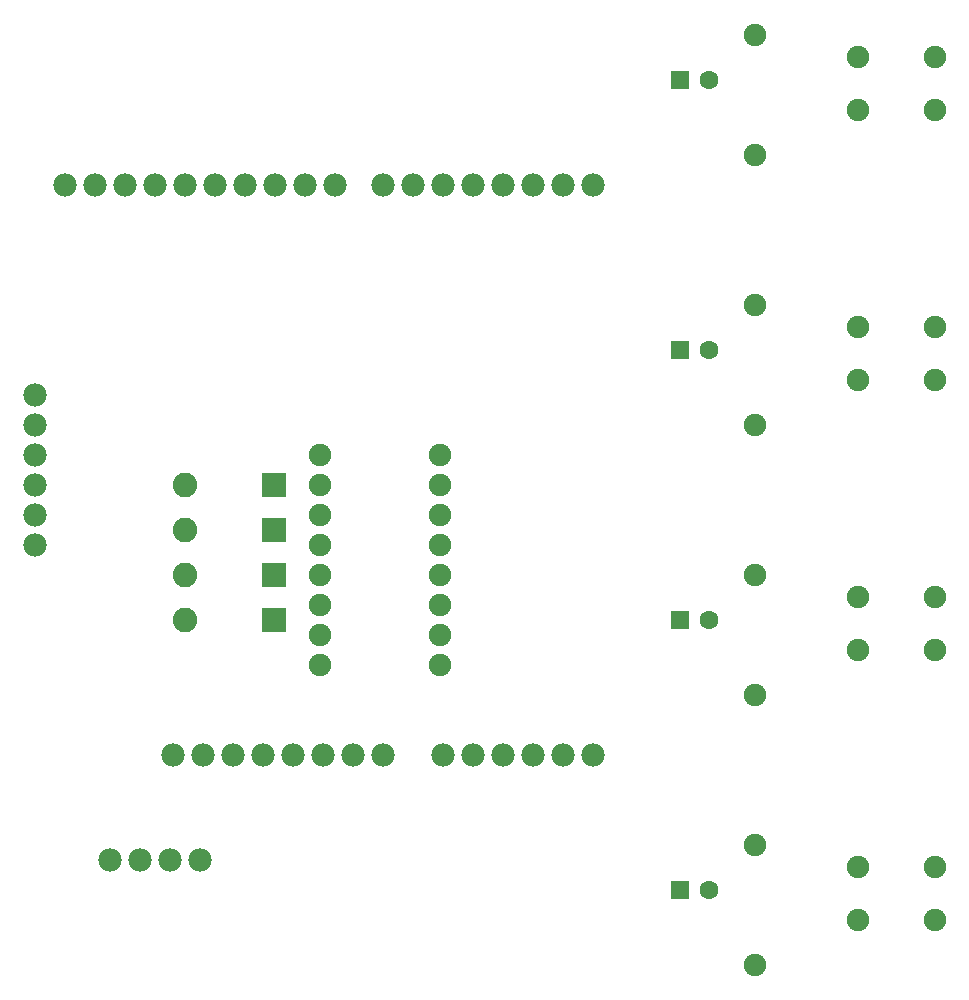
<source format=gtl>
G04 MADE WITH FRITZING*
G04 WWW.FRITZING.ORG*
G04 DOUBLE SIDED*
G04 HOLES PLATED*
G04 CONTOUR ON CENTER OF CONTOUR VECTOR*
%ASAXBY*%
%FSLAX23Y23*%
%MOIN*%
%OFA0B0*%
%SFA1.0B1.0*%
%ADD10C,0.075000*%
%ADD11C,0.062992*%
%ADD12C,0.082000*%
%ADD13C,0.078000*%
%ADD14R,0.062992X0.062992*%
%ADD15R,0.082000X0.082000*%
%LNCOPPER1*%
G90*
G70*
G54D10*
X2987Y415D03*
X3243Y415D03*
X2987Y238D03*
X3243Y238D03*
X2987Y1315D03*
X3243Y1315D03*
X2987Y1138D03*
X3243Y1138D03*
X2987Y2215D03*
X3243Y2215D03*
X2987Y2038D03*
X3243Y2038D03*
X2987Y3115D03*
X3243Y3115D03*
X2987Y2938D03*
X3243Y2938D03*
G54D11*
X2393Y338D03*
X2491Y338D03*
X2393Y1238D03*
X2491Y1238D03*
X2393Y2138D03*
X2491Y2138D03*
X2393Y3038D03*
X2491Y3038D03*
G54D10*
X2643Y88D03*
X2643Y488D03*
X2643Y988D03*
X2643Y1388D03*
X2643Y1888D03*
X2643Y2288D03*
X2643Y2788D03*
X2643Y3188D03*
G54D12*
X1041Y1238D03*
X743Y1238D03*
G54D10*
X1193Y1788D03*
X1593Y1788D03*
X1193Y1688D03*
X1593Y1688D03*
X1193Y1588D03*
X1593Y1588D03*
X1193Y1488D03*
X1593Y1488D03*
X1193Y1388D03*
X1593Y1388D03*
X1193Y1288D03*
X1593Y1288D03*
X1193Y1088D03*
X1593Y1088D03*
X1193Y1188D03*
X1593Y1188D03*
G54D13*
X243Y1988D03*
X243Y1888D03*
X243Y1788D03*
X243Y1688D03*
X243Y1488D03*
X243Y1588D03*
G54D12*
X1041Y1688D03*
X743Y1688D03*
X1041Y1538D03*
X743Y1538D03*
X1041Y1388D03*
X743Y1388D03*
G54D13*
X793Y438D03*
X693Y438D03*
X593Y438D03*
X493Y438D03*
X705Y788D03*
X805Y788D03*
X905Y788D03*
X1005Y788D03*
X1105Y788D03*
X1205Y788D03*
X1305Y788D03*
X1405Y788D03*
X1605Y788D03*
X1705Y788D03*
X1805Y788D03*
X1905Y788D03*
X2005Y788D03*
X2105Y788D03*
X2105Y2688D03*
X2005Y2688D03*
X1905Y2688D03*
X1805Y2688D03*
X1705Y2688D03*
X1605Y2688D03*
X1505Y2688D03*
X1405Y2688D03*
X1243Y2688D03*
X1143Y2688D03*
X1043Y2688D03*
X943Y2688D03*
X843Y2688D03*
X743Y2688D03*
X643Y2688D03*
X543Y2688D03*
X443Y2688D03*
X343Y2688D03*
G54D14*
X2393Y338D03*
X2393Y1238D03*
X2393Y2138D03*
X2393Y3038D03*
G54D15*
X1042Y1238D03*
X1042Y1688D03*
X1042Y1538D03*
X1042Y1388D03*
G04 End of Copper1*
M02*
</source>
